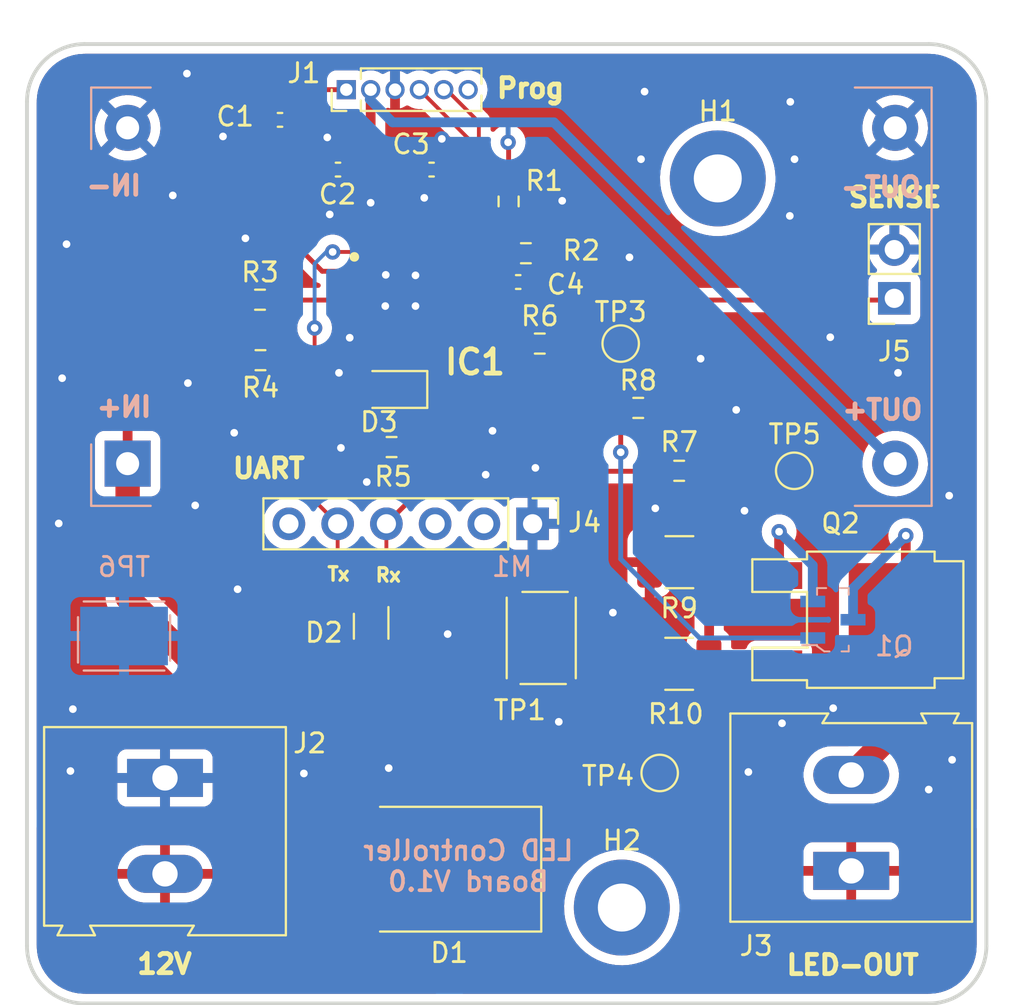
<source format=kicad_pcb>
(kicad_pcb (version 20211014) (generator pcbnew)
  (title_block (date "2022-12-29") (rev "V1.0"))
  (layers (0 "F.Cu" signal) (31 "B.Cu" signal) (34 "B.Paste" user) (35 "F.Paste" user) (36 "B.SilkS" user "B.Silkscreen") (37 "F.SilkS" user "F.Silkscreen") (38 "B.Mask" user) (39 "F.Mask" user) (44 "Edge.Cuts" user))
  (net 0 "")
  (net 1 "/~{MCLKR}")
  (net 2 "GND")
  (net 3 "+3.3V")
  (net 4 "VDC")
  (net 7 "/V_{MEAS}")
  (net 9 "/COMM-RX")
  (net 12 "/COMM-TX")
  (net 13 "Net-(D3-Pad1)")
  (net 14 "Net-(D3-Pad2)")
  (net 17 "/PGC")
  (net 18 "/PGD")
  (net 20 "/V_{IN}")
  (net 22 "/OPA-FB")
  (net 23 "/OPA-OUT")
  (net 24 "/LED_driver/LED-N")
  (net 28 "Net-(Q1-Pad2)")
  (net 29 "Net-(Q1-Pad1)")
  (net 30 "Net-(Q2-Pad3)")
  (net 31 "/SENSE-OUT")
  (footprint "TerminalBlock:TerminalBlock_Altech_AK300-2_P5.00mm" (layer "F.Cu") (at 122.3366 115.2822 -90)
    (fp_text reference "J2" (at -1.807 -7.5438 180) (layer "F.SilkS"))
    (fp_text value "Screw_Terminal_01x02")
    (fp_line (start -2.65 -6.3) (end -2.65 6.3) (layer "F.SilkS") (width 0.12))
    (fp_line (start 7.7 6.3) (end 7.7 5.35) (layer "F.SilkS") (width 0.12))
    (fp_line (start 8.2 3.7) (end 8.2 3.65) (layer "F.SilkS") (width 0.12))
    (fp_line (start 8.2 -1.2) (end 8.2 -6.3) (layer "F.SilkS") (width 0.12))
    (fp_line (start 8.2 -6.3) (end -2.65 -6.3) (layer "F.SilkS") (width 0.12))
    (fp_line (start 7.7 3.9) (end 7.7 -1.5) (layer "F.SilkS") (width 0.12))
    (fp_line (start 8.2 5.6) (end 8.2 3.7) (layer "F.SilkS") (width 0.12))
    (fp_line (start 8.2 3.65) (end 7.7 3.9) (layer "F.SilkS") (width 0.12))
    (fp_line (start 7.7 -1.5) (end 8.2 -1.2) (layer "F.SilkS") (width 0.12))
    (fp_line (start -2.65 6.3) (end 7.7 6.3) (layer "F.SilkS") (width 0.12))
    (fp_line (start 7.7 5.35) (end 8.2 5.6) (layer "F.SilkS") (width 0.12))
    (pad "1" thru_hole rect (at 0 0 270) (size 1.98 3.96) (drill 1.32) (layers *.Cu *.Mask) (net 2 "GND"))
    (pad "2" thru_hole oval (at 5 0 270) (size 1.98 3.96) (drill 1.32) (layers *.Cu *.Mask) (net 20 "/V_{IN}"))
  )
  (footprint "ym-footprints:SOT-428" (layer "F.Cu") (at 159.1448 107.0386)
    (fp_text reference "Q2" (at -1.6038 -5.0188 unlocked) (layer "F.SilkS"))
    (fp_text value "BUJ302AD")
    (fp_line (start -3.35 1.45) (end -3.35 -1.45) (layer "F.SilkS") (width 0.12))
    (fp_line (start -3.35 3.55) (end -3.35 3.15) (layer "F.SilkS") (width 0.12))
    (fp_line (start -6.2 -1.45) (end -3.35 -1.45) (layer "F.SilkS") (width 0.12))
    (fp_line (start 3.3 -3.05) (end 4.8 -3.05) (layer "F.SilkS") (width 0.12))
    (fp_line (start -6.2 -1.45) (end -6.2 -3.15) (layer "F.SilkS") (width 0.12))
    (fp_line (start -6.15 1.45) (end -3.3 1.45) (layer "F.SilkS") (width 0.12))
    (fp_line (start 3.3 3.55) (end 3.3 3.05) (layer "F.SilkS") (width 0.12))
    (fp_line (start 3.3 3.05) (end 4.8 3.05) (layer "F.SilkS") (width 0.12))
    (fp_line (start -3.35 3.55) (end 3.3 3.55) (layer "F.SilkS") (width 0.12))
    (fp_line (start -3.35 -3.15) (end -3.35 -3.55) (layer "F.SilkS") (width 0.12))
    (fp_line (start -3.35 -3.55) (end 3.3 -3.55) (layer "F.SilkS") (width 0.12))
    (fp_line (start 4.8 3.05) (end 4.8 -3.05) (layer "F.SilkS") (width 0.12))
    (fp_line (start -6.2 3.15) (end -6.2 1.45) (layer "F.SilkS") (width 0.12))
    (fp_line (start -6.2 -3.15) (end -3.35 -3.15) (layer "F.SilkS") (width 0.12))
    (fp_line (start -6.2 3.15) (end -3.35 3.15) (layer "F.SilkS") (width 0.12))
    (fp_line (start 3.3 -3.05) (end 3.3 -3.55) (layer "F.SilkS") (width 0.12))
    (pad "1" smd rect (at -4.8 -2.3) (size 2.4 1.4) (layers "F.Cu" "F.Paste" "F.Mask") (net 28 "Net-(Q1-Pad2)"))
    (pad "2" smd rect (at 1.7 0) (size 5.75 5.9) (layers "F.Cu" "F.Paste" "F.Mask") (net 24 "/LED_driver/LED-N"))
    (pad "3" smd rect (at -4.8 2.3) (size 2.4 1.4) (layers "F.Cu" "F.Paste" "F.Mask") (net 30 "Net-(Q2-Pad3)"))
  )
  (footprint "Capacitor_SMD:C_0402_1005Metric_Pad0.74x0.62mm_HandSolder" (layer "F.Cu") (at 136.2304 83.5794)
    (fp_text reference "C3" (at -1.0668 -1.3208) (layer "F.SilkS"))
    (fp_text value "2.2U")
    (fp_line (start -0.115835 -0.36) (end 0.115835 -0.36) (layer "F.SilkS") (width 0.12))
    (fp_line (start -0.115835 0.36) (end 0.115835 0.36) (layer "F.SilkS") (width 0.12))
    (pad "1" smd roundrect (at -0.5675 0) (size 0.735 0.62) (layers "F.Cu" "F.Paste" "F.Mask") (net 3 "+3.3V"))
    (pad "2" smd roundrect (at 0.5675 0) (size 0.735 0.62) (layers "F.Cu" "F.Paste" "F.Mask") (net 2 "GND"))
  )
  (footprint "Resistor_SMD:R_0603_1608Metric_Pad0.98x0.95mm_HandSolder" (layer "F.Cu") (at 127.3131 93.5108 180)
    (fp_text reference "R4" (at 0 -1.43) (layer "F.SilkS"))
    (fp_text value "10K")
    (fp_line (start -0.254724 0.5225) (end 0.254724 0.5225) (layer "F.SilkS") (width 0.12))
    (fp_line (start -0.254724 -0.5225) (end 0.254724 -0.5225) (layer "F.SilkS") (width 0.12))
    (pad "1" smd roundrect (at -0.9125 0 180) (size 0.975 0.95) (layers "F.Cu" "F.Paste" "F.Mask") (net 7 "/V_{MEAS}"))
    (pad "2" smd roundrect (at 0.9125 0 180) (size 0.975 0.95) (layers "F.Cu" "F.Paste" "F.Mask") (net 2 "GND"))
  )
  (footprint "Resistor_SMD:R_0603_1608Metric_Pad0.98x0.95mm_HandSolder" (layer "F.Cu") (at 134.1448 98.0386 180)
    (fp_text reference "R5" (at -0.079 -1.5428) (layer "F.SilkS"))
    (fp_text value "2.4K")
    (fp_line (start -0.254724 0.5225) (end 0.254724 0.5225) (layer "F.SilkS") (width 0.12))
    (fp_line (start -0.254724 -0.5225) (end 0.254724 -0.5225) (layer "F.SilkS") (width 0.12))
    (pad "1" smd roundrect (at -0.9125 0 180) (size 0.975 0.95) (layers "F.Cu" "F.Paste" "F.Mask") (net 13 "Net-(D3-Pad1)"))
    (pad "2" smd roundrect (at 0.9125 0 180) (size 0.975 0.95) (layers "F.Cu" "F.Paste" "F.Mask") (net 2 "GND"))
  )
  (footprint "Resistor_SMD:R_1210_3225Metric_Pad1.30x2.65mm_HandSolder" (layer "F.Cu") (at 149.1448 104.0386 180)
    (fp_text reference "R9" (at 0.0112 -2.4008) (layer "F.SilkS"))
    (fp_text value "1")
    (fp_line (start -0.723737 1.355) (end 0.723737 1.355) (layer "F.SilkS") (width 0.12))
    (fp_line (start -0.723737 -1.355) (end 0.723737 -1.355) (layer "F.SilkS") (width 0.12))
    (pad "1" smd roundrect (at -1.55 0 180) (size 1.3 2.65) (layers "F.Cu" "F.Paste" "F.Mask") (roundrect_rratio 0.192308) (net 30 "Net-(Q2-Pad3)"))
    (pad "2" smd roundrect (at 1.55 0 180) (size 1.3 2.65) (layers "F.Cu" "F.Paste" "F.Mask") (roundrect_rratio 0.192308) (net 2 "GND"))
  )
  (footprint "Capacitor_SMD:C_0402_1005Metric_Pad0.74x0.62mm_HandSolder" (layer "F.Cu") (at 131.3536 83.5794 180)
    (fp_text reference "C2" (at 0.0254 -1.2954) (layer "F.SilkS"))
    (fp_text value "0.1U")
    (fp_line (start -0.115835 0.36) (end 0.115835 0.36) (layer "F.SilkS") (width 0.12))
    (fp_line (start -0.115835 -0.36) (end 0.115835 -0.36) (layer "F.SilkS") (width 0.12))
    (pad "1" smd roundrect (at -0.5675 0 180) (size 0.735 0.62) (layers "F.Cu" "F.Paste" "F.Mask") (net 3 "+3.3V"))
    (pad "2" smd roundrect (at 0.5675 0 180) (size 0.735 0.62) (layers "F.Cu" "F.Paste" "F.Mask") (net 2 "GND"))
  )
  (footprint "LED_SMD:LED_0805_2012Metric_Pad1.15x1.40mm_HandSolder" (layer "F.Cu") (at 134.1448 95.0386 180)
    (fp_text reference "D3" (at 0.6576 -1.698) (layer "F.SilkS"))
    (fp_text value "LED_G")
    (fp_line (start -1.86 0.96) (end 1 0.96) (layer "F.SilkS") (width 0.12))
    (fp_line (start -1.86 -0.96) (end -1.86 0.96) (layer "F.SilkS") (width 0.12))
    (fp_line (start 1 -0.96) (end -1.86 -0.96) (layer "F.SilkS") (width 0.12))
    (pad "1" smd roundrect (at -1.025 0 180) (size 1.15 1.4) (layers "F.Cu" "F.Paste" "F.Mask") (roundrect_rratio 0.217391) (net 13 "Net-(D3-Pad1)"))
    (pad "2" smd roundrect (at 1.025 0 180) (size 1.15 1.4) (layers "F.Cu" "F.Paste" "F.Mask") (roundrect_rratio 0.217391) (net 14 "Net-(D3-Pad2)"))
  )
  (footprint "Resistor_SMD:R_0603_1608Metric_Pad0.98x0.95mm_HandSolder" (layer "F.Cu") (at 140.2448 85.2386 -90)
    (fp_text reference "R1" (at -1.075 -1.853 180) (layer "F.SilkS"))
    (fp_text value "1K")
    (fp_line (start -0.254724 -0.5225) (end 0.254724 -0.5225) (layer "F.SilkS") (width 0.12))
    (fp_line (start -0.254724 0.5225) (end 0.254724 0.5225) (layer "F.SilkS") (width 0.12))
    (pad "1" smd roundrect (at -0.9125 0 270) (size 0.975 0.95) (layers "F.Cu" "F.Paste" "F.Mask") (net 3 "+3.3V"))
    (pad "2" smd roundrect (at 0.9125 0 270) (size 0.975 0.95) (layers "F.Cu" "F.Paste" "F.Mask") (net 31 "/SENSE-OUT"))
  )
  (footprint "Connector_PinHeader_2.54mm:PinHeader_1x06_P2.54mm_Vertical" (layer "F.Cu") (at 141.4948 102.0386 -90)
    (fp_text reference "J4" (at -0.0696 -2.7112 180) (layer "F.SilkS"))
    (fp_text value "Conn_01x06")
    (fp_line (start -1.33 -1.33) (end 0 -1.33) (layer "F.SilkS") (width 0.12))
    (fp_line (start -1.33 0) (end -1.33 -1.33) (layer "F.SilkS") (width 0.12))
    (fp_line (start -1.33 14.03) (end 1.33 14.03) (layer "F.SilkS") (width 0.12))
    (fp_line (start 1.33 1.27) (end 1.33 14.03) (layer "F.SilkS") (width 0.12))
    (fp_line (start -1.33 1.27) (end 1.33 1.27) (layer "F.SilkS") (width 0.12))
    (fp_line (start -1.33 1.27) (end -1.33 14.03) (layer "F.SilkS") (width 0.12))
    (pad "1" thru_hole rect (at 0 0 270) (size 1.7 1.7) (drill 1) (layers *.Cu *.Mask) (net 2 "GND"))
    (pad "2" thru_hole oval (at 0 2.54 270) (size 1.7 1.7) (drill 1) (layers *.Cu *.Mask))
    (pad "3" thru_hole oval (at 0 5.08 270) (size 1.7 1.7) (drill 1) (layers *.Cu *.Mask))
    (pad "4" thru_hole oval (at 0 7.62 270) (size 1.7 1.7) (drill 1) (layers *.Cu *.Mask) (net 9 "/COMM-RX"))
    (pad "5" thru_hole oval (at 0 10.16 270) (size 1.7 1.7) (drill 1) (layers *.Cu *.Mask) (net 12 "/COMM-TX"))
    (pad "6" thru_hole oval (at 0 12.7 270) (size 1.7 1.7) (drill 1) (layers *.Cu *.Mask))
  )
  (footprint "MountingHole:MountingHole_2.5mm_Pad_TopBottom" (layer "F.Cu") (at 151.1448 84.0386)
    (fp_text reference "H1" (at 0 -3.5) (layer "F.SilkS"))
    (fp_text value "MountingHole")
    (pad "1" connect circle (at 0 0) (size 5 5) (layers "F.Cu" "F.Mask"))
    (pad "1" connect circle (at 0 0) (size 5 5) (layers "B.Cu" "B.Mask"))
    (pad "1" thru_hole circle (at 0 0) (size 2.9 2.9) (drill 2.5) (layers *.Cu *.Mask))
  )
  (footprint "Resistor_SMD:R_0603_1608Metric_Pad0.98x0.95mm_HandSolder" (layer "F.Cu") (at 141.1448 87.9386)
    (fp_text reference "R2" (at 2.8834 -0.1428) (layer "F.SilkS"))
    (fp_text value "50K")
    (fp_line (start -0.254724 -0.5225) (end 0.254724 -0.5225) (layer "F.SilkS") (width 0.12))
    (fp_line (start -0.254724 0.5225) (end 0.254724 0.5225) (layer "F.SilkS") (width 0.12))
    (pad "1" smd roundrect (at -0.9125 0) (size 0.975 0.95) (layers "F.Cu" "F.Paste" "F.Mask") (net 31 "/SENSE-OUT"))
    (pad "2" smd roundrect (at 0.9125 0) (size 0.975 0.95) (layers "F.Cu" "F.Paste" "F.Mask") (net 2 "GND"))
  )
  (footprint "Connector_PinSocket_2.54mm:PinSocket_1x02_P2.54mm_Vertical" (layer "F.Cu") (at 160.3448 90.2886 180)
    (fp_text reference "J5" (at 0 -2.77) (layer "F.SilkS"))
    (fp_text value "Conn_01x02_Male")
    (fp_line (start 0 -1.33) (end 1.33 -1.33) (layer "F.SilkS") (width 0.12))
    (fp_line (start -1.33 1.27) (end -1.33 3.87) (layer "F.SilkS") (width 0.12))
    (fp_line (start -1.33 3.87) (end 1.33 3.87) (layer "F.SilkS") (width 0.12))
    (fp_line (start 1.33 1.27) (end 1.33 3.87) (layer "F.SilkS") (width 0.12))
    (fp_line (start 1.33 -1.33) (end 1.33 0) (layer "F.SilkS") (width 0.12))
    (fp_line (start -1.33 1.27) (end 1.33 1.27) (layer "F.SilkS") (width 0.12))
    (pad "1" thru_hole rect (at 0 0 180) (size 1.7 1.7) (drill 1) (layers *.Cu *.Mask) (net 31 "/SENSE-OUT"))
    (pad "2" thru_hole oval (at 0 2.54 180) (size 1.7 1.7) (drill 1) (layers *.Cu *.Mask) (net 2 "GND"))
  )
  (footprint "Package_TO_SOT_SMD:SOT-523" (layer "F.Cu") (at 133.0808 107.3792 -90)
    (fp_text reference "D2" (at 0.3302 2.4638 180) (layer "F.SilkS"))
    (fp_text value "RCLAMP0502BA")
    (fp_line (start 0.65 0.9) (end -0.65 0.9) (layer "F.SilkS") (width 0.12))
    (fp_line (start -1 -0.9) (end 0.65 -0.9) (layer "F.SilkS") (width 0.12))
    (pad "1" smd rect (at -0.645 -0.5 90) (size 0.51 0.4) (layers "F.Cu" "F.Paste" "F.Mask") (net 9 "/COMM-RX"))
    (pad "2" smd rect (at -0.645 0.5 90) (size 0.51 0.4) (layers "F.Cu" "F.Paste" "F.Mask") (net 12 "/COMM-TX"))
    (pad "3" smd rect (at 0.645 0 90) (size 0.51 0.4) (layers "F.Cu" "F.Paste" "F.Mask") (net 2 "GND"))
  )
  (footprint "Resistor_SMD:R_0603_1608Metric_Pad0.98x0.95mm_HandSolder" (layer "F.Cu") (at 149.1336 99.2766)
    (fp_text reference "R7" (at 0 -1.4986) (layer "F.SilkS"))
    (fp_text value "20K")
    (fp_line (start -0.254724 -0.5225) (end 0.254724 -0.5225) (layer "F.SilkS") (width 0.12))
    (fp_line (start -0.254724 0.5225) (end 0.254724 0.5225) (layer "F.SilkS") (width 0.12))
    (pad "1" smd roundrect (at -0.9125 0) (size 0.975 0.95) (layers "F.Cu" "F.Paste" "F.Mask") (net 22 "/OPA-FB"))
    (pad "2" smd roundrect (at 0.9125 0) (size 0.975 0.95) (layers "F.Cu" "F.Paste" "F.Mask") (net 30 "Net-(Q2-Pad3)"))
  )
  (footprint "Diode_SMD:D_SMC" (layer "F.Cu") (at 137.1448 120.0386 180)
    (fp_text reference "D1" (at 0 -4.3586) (layer "F.SilkS"))
    (fp_text value "B340")
    (fp_line (start -4.8 -3.25) (end 3.6 -3.25) (layer "F.SilkS") (width 0.12))
    (fp_line (start -4.8 3.25) (end 3.6 3.25) (layer "F.SilkS") (width 0.12))
    (fp_line (start -4.8 3.25) (end -4.8 -3.25) (layer "F.SilkS") (width 0.12))
    (pad "1" smd rect (at -3.4 0 270) (size 3.3 2.5) (layers "F.Cu" "F.Paste" "F.Mask") (net 4 "VDC"))
    (pad "2" smd rect (at 3.4 0 270) (size 3.3 2.5) (layers "F.Cu" "F.Paste" "F.Mask") (net 20 "/V_{IN}"))
  )
  (footprint "Connector_PinHeader_1.27mm:PinHeader_1x06_P1.27mm_Vertical" (layer "F.Cu") (at 131.7854 79.4138 90)
    (fp_text reference "J1" (at 0.8636 -2.2098 180) (layer "F.SilkS"))
    (fp_text value "Conn_01x06")
    (fp_line (start -1.11 7.045) (end -0.30753 7.045) (layer "F.SilkS") (width 0.12))
    (fp_line (start 0.30753 7.045) (end 1.11 7.045) (layer "F.SilkS") (width 0.12))
    (fp_line (start -1.11 0) (end -1.11 -0.76) (layer "F.SilkS") (width 0.12))
    (fp_line (start -1.11 0.76) (end -0.563471 0.76) (layer "F.SilkS") (width 0.12))
    (fp_line (start -1.11 0.76) (end -1.11 7.045) (layer "F.SilkS") (width 0.12))
    (fp_line (start -1.11 -0.76) (end 0 -0.76) (layer "F.SilkS") (width 0.12))
    (fp_line (start 0.563471 0.76) (end 1.11 0.76) (layer "F.SilkS") (width 0.12))
    (fp_line (start 1.11 0.76) (end 1.11 7.045) (layer "F.SilkS") (width 0.12))
    (pad "1" thru_hole rect (at 0 0 90) (size 1 1) (drill 0.65) (layers *.Cu *.Mask) (net 1 "/~{MCLKR}"))
    (pad "2" thru_hole oval (at 0 1.27 90) (size 1 1) (drill 0.65) (layers *.Cu *.Mask) (net 3 "+3.3V"))
    (pad "3" thru_hole oval (at 0 2.54 90) (size 1 1) (drill 0.65) (layers *.Cu *.Mask) (net 2 "GND"))
    (pad "4" thru_hole oval (at 0 3.81 90) (size 1 1) (drill 0.65) (layers *.Cu *.Mask) (net 18 "/PGD"))
    (pad "5" thru_hole oval (at 0 5.08 90) (size 1 1) (drill 0.65) (layers *.Cu *.Mask) (net 17 "/PGC"))
    (pad "6" thru_hole oval (at 0 6.35 90) (size 1 1) (drill 0.65) (layers *.Cu *.Mask))
  )
  (footprint "MountingHole:MountingHole_2.5mm_Pad_TopBottom" (layer "F.Cu") (at 146.1448 122.0386)
    (fp_text reference "H2" (at 0 -3.5) (layer "F.SilkS"))
    (fp_text value "MountingHole")
    (pad "1" connect circle (at 0 0) (size 5 5) (layers "B.Cu" "B.Mask"))
    (pad "1" connect circle (at 0 0) (size 5 5) (layers "F.Cu" "F.Mask"))
    (pad "1" thru_hole circle (at 0 0) (size 2.9 2.9) (drill 2.5) (layers *.Cu *.Mask))
  )
  (footprint "footprints:QFN50P400X400X100-21N-D" (layer "F.Cu") (at 134.6048 89.8786)
    (fp_text reference "IC1" (at 3.8862 3.7338) (layer "F.SilkS") (effects (font (size 1.27 1.27) (thickness 0.254))))
    (fp_text value "PIC16F1769-I_ML" hide)
    (fp_circle (center -2.4 -1.75) (end -2.4 -1.625) (layer "F.SilkS") (width 0.25) (fill none))
    (pad "1" smd rect locked (at -2 -1 90) (size 0.3 0.8) (layers "F.Cu" "F.Paste" "F.Mask") (net 1 "/~{MCLKR}"))
    (pad "2" smd rect locked (at -2 -0.5 90) (size 0.3 0.8) (layers "F.Cu" "F.Paste" "F.Mask"))
    (pad "3" smd rect locked (at -2 0 90) (size 0.3 0.8) (layers "F.Cu" "F.Paste" "F.Mask"))
    (pad "4" smd rect locked (at -2 0.5 90) (size 0.3 0.8) (layers "F.Cu" "F.Paste" "F.Mask") (net 7 "/V_{MEAS}"))
    (pad "5" smd rect locked (at -2 1 90) (size 0.3 0.8) (layers "F.Cu" "F.Paste" "F.Mask"))
    (pad "6" smd rect locked (at -1 2) (size 0.3 0.8) (layers "F.Cu" "F.Paste" "F.Mask") (net 14 "Net-(D3-Pad2)"))
    (pad "7" smd rect locked (at -0.5 2) (size 0.3 0.8) (layers "F.Cu" "F.Paste" "F.Mask"))
    (pad "8" smd rect locked (at 0 2) (size 0.3 0.8) (layers "F.Cu" "F.Paste" "F.Mask"))
    (pad "9" smd rect locked (at 0.5 2) (size 0.3 0.8) (layers "F.Cu" "F.Paste" "F.Mask") (net 9 "/COMM-RX"))
    (pad "10" smd rect locked (at 1 2) (size 0.3 0.8) (layers "F.Cu" "F.Paste" "F.Mask") (net 22 "/OPA-FB"))
    (pad "11" smd rect locked (at 2 1 90) (size 0.3 0.8) (layers "F.Cu" "F.Paste" "F.Mask") (net 23 "/OPA-OUT"))
    (pad "12" smd rect locked (at 2 0.5 90) (size 0.3 0.8) (layers "F.Cu" "F.Paste" "F.Mask") (net 31 "/SENSE-OUT"))
    (pad "13" smd rect locked (at 2 0 90) (size 0.3 0.8) (layers "F.Cu" "F.Paste" "F.Mask"))
    (pad "14" smd rect locked (at 2 -0.5 90) (size 0.3 0.8) (layers "F.Cu" "F.Paste" "F.Mask"))
    (pad "15" smd rect locked (at 2 -1 90) (size 0.3 0.8) (layers "F.Cu" "F.Paste" "F.Mask") (net 17 "/PGC"))
    (pad "16" smd rect locked (at 1 -2) (size 0.3 0.8) (layers "F.Cu" "F.Paste" "F.Mask") (net 18 "/PGD"))
    (pad "17" smd rect locked (at 0.5 -2) (size 0.3 0.8) (layers "F.Cu" "F.Paste" "F.Mask") (net 2 "GND"))
    (pad "18" smd rect locked (at 0 -2) (size 0.3 0.8) (layers "F.Cu" "F.Paste" "F.Mask") (net 3 "+3.3V"))
    (pad "19" smd rect locked (at -0.5 -2) (size 0.3 0.8) (layers "F.Cu" "F.Paste" "F.Mask"))
    (pad "20" smd rect locked (at -1 -2) (size 0.3 0.8) (layers "F.Cu" "F.Paste" "F.Mask") (net 12 "/COMM-TX"))
    (pad "21" smd rect locked (at 0 0) (size 2.8 2.8) (layers "F.Cu" "F.Paste" "F.Mask") (net 2 "GND"))
  )
  (footprint "Resistor_SMD:R_0603_1608Metric_Pad0.98x0.95mm_HandSolder" (layer "F.Cu") (at 127.2896 90.3612)
    (fp_text reference "R3" (at 0 -1.43) (layer "F.SilkS"))
    (fp_text value "200K")
    (fp_line (start -0.254724 -0.5225) (end 0.254724 -0.5225) (layer "F.SilkS") (width 0.12))
    (fp_line (start -0.254724 0.5225) (end 0.254724 0.5225) (layer "F.SilkS") (width 0.12))
    (pad "1" smd roundrect (at -0.9125 0) (size 0.975 0.95) (layers "F.Cu" "F.Paste" "F.Mask") (net 4 "VDC"))
    (pad "2" smd roundrect (at 0.9125 0) (size 0.975 0.95) (layers "F.Cu" "F.Paste" "F.Mask") (net 7 "/V_{MEAS}"))
  )
  (footprint "TestPoint:TestPoint_Pad_D1.5mm" (layer "F.Cu") (at 148.1176 115.0246)
    (fp_text reference "TP4" (at -2.6924 0.1524) (layer "F.SilkS"))
    (fp_text value "TestPoint")
    (fp_circle (center 0 0) (end 0 0.95) (layer "F.SilkS") (width 0.12) (fill none))
    (pad "1" smd circle (at 0 0) (size 1.5 1.5) (layers "F.Cu" "F.Mask") (net 30 "Net-(Q2-Pad3)"))
  )
  (footprint "TerminalBlock:TerminalBlock_Altech_AK300-2_P5.00mm" (layer "F.Cu") (at 158.0998 120.1264 90)
    (fp_text reference "J3" (at -3.9122 -4.955 180) (layer "F.SilkS"))
    (fp_text value "Screw_Terminal_01x02")
    (fp_line (start 7.7 6.3) (end 7.7 5.35) (layer "F.SilkS") (width 0.12))
    (fp_line (start 8.2 -6.3) (end -2.65 -6.3) (layer "F.SilkS") (width 0.12))
    (fp_line (start 8.2 -1.2) (end 8.2 -6.3) (layer "F.SilkS") (width 0.12))
    (fp_line (start -2.65 -6.3) (end -2.65 6.3) (layer "F.SilkS") (width 0.12))
    (fp_line (start 7.7 5.35) (end 8.2 5.6) (layer "F.SilkS") (width 0.12))
    (fp_line (start 8.2 5.6) (end 8.2 3.7) (layer "F.SilkS") (width 0.12))
    (fp_line (start 7.7 -1.5) (end 8.2 -1.2) (layer "F.SilkS") (width 0.12))
    (fp_line (start -2.65 6.3) (end 7.7 6.3) (layer "F.SilkS") (width 0.12))
    (fp_line (start 7.7 3.9) (end 7.7 -1.5) (layer "F.SilkS") (width 0.12))
    (fp_line (start 8.2 3.65) (end 7.7 3.9) (layer "F.SilkS") (width 0.12))
    (fp_line (start 8.2 3.7) (end 8.2 3.65) (layer "F.SilkS") (width 0.12))
    (pad "1" thru_hole rect (at 0 0 90) (size 1.98 3.96) (drill 1.32) (layers *.Cu *.Mask) (net 4 "VDC"))
    (pad "2" thru_hole oval (at 5 0 90) (size 1.98 3.96) (drill 1.32) (layers *.Cu *.Mask) (net 24 "/LED_driver/LED-N"))
  )
  (footprint "TestPoint:TestPoint_Pad_D1.5mm" (layer "F.Cu") (at 155.128 99.2766)
    (fp_text reference "TP5" (at 0.0254 -1.905) (layer "F.SilkS"))
    (fp_text value "TestPoint")
    (fp_circle (center 0 0) (end 0 0.95) (layer "F.SilkS") (width 0.12) (fill none))
    (pad "1" smd circle (at 0 0) (size 1.5 1.5) (layers "F.Cu" "F.Mask") (net 30 "Net-(Q2-Pad3)"))
  )
  (footprint "Resistor_SMD:R_1210_3225Metric_Pad1.30x2.65mm_HandSolder" (layer "F.Cu") (at 149.1336 109.335 180)
    (fp_text reference "R10" (at 0.1778 -2.6162) (layer "F.SilkS"))
    (fp_text value "1")
    (fp_line (start -0.723737 1.355) (end 0.723737 1.355) (layer "F.SilkS") (width 0.12))
    (fp_line (start -0.723737 -1.355) (end 0.723737 -1.355) (layer "F.SilkS") (width 0.12))
    (pad "1" smd roundrect (at -1.55 0 180) (size 1.3 2.65) (layers "F.Cu" "F.Paste" "F.Mask") (roundrect_rratio 0.192308) (net 30 "Net-(Q2-Pad3)"))
    (pad "2" smd roundrect (at 1.55 0 180) (size 1.3 2.65) (layers "F.Cu" "F.Paste" "F.Mask") (roundrect_rratio 0.192308) (net 2 "GND"))
  )
  (footprint "Resistor_SMD:R_0603_1608Metric_Pad0.98x0.95mm_HandSolder" (layer "F.Cu") (at 147 96)
    (fp_text reference "R8" (at 0 -1.43) (layer "F.SilkS"))
    (fp_text value "10K")
    (fp_line (start -0.254724 -0.5225) (end 0.254724 -0.5225) (layer "F.SilkS") (width 0.12))
    (fp_line (start -0.254724 0.5225) (end 0.254724 0.5225) (layer "F.SilkS") (width 0.12))
    (pad "1" smd roundrect (at -0.9125 0) (size 0.975 0.95) (layers "F.Cu" "F.Paste" "F.Mask") (net 29 "Net-(Q1-Pad1)"))
    (pad "2" smd roundrect (at 0.9125 0) (size 0.975 0.95) (layers "F.Cu" "F.Paste" "F.Mask") (net 2 "GND"))
  )
  (footprint "ym-footprints:TestPoint_Pad_0.185in_x_0.135in" (layer "F.Cu") (at 141.9454 107.9888 90)
    (fp_text reference "TP1" (at -3.7592 -1.1176 unlocked) (layer "F.SilkS"))
    (fp_text value "TestPoint")
    (fp_line (start 2.4 -0.9811) (end 2.4 1.3811) (layer "F.SilkS") (width 0.12))
    (fp_line (start -2.4 -1.0811) (end -2.4 1.2811) (layer "F.SilkS") (width 0.12))
    (fp_line (start -2.1 -1.8) (end 2.1 -1.8) (layer "F.SilkS") (width 0.12))
    (fp_line (start 2.1 1.8) (end -2.1 1.8) (layer "F.SilkS") (width 0.12))
    (pad "1" smd rect (at 0 0 90) (size 4.572 3.048) (layers "F.Cu" "F.Paste" "F.Mask") (net 2 "GND"))
  )
  (footprint "Resistor_SMD:R_0603_1608Metric_Pad0.98x0.95mm_HandSolder" (layer "F.Cu") (at 141.8692 92.6472)
    (fp_text reference "R6" (at 0 -1.43) (layer "F.SilkS"))
    (fp_text value "200")
    (fp_line (start -0.254724 -0.5225) (end 0.254724 -0.5225) (layer "F.SilkS") (width 0.12))
    (fp_line (start -0.254724 0.5225) (end 0.254724 0.5225) (layer "F.SilkS") (width 0.12))
    (pad "1" smd roundrect (at -0.9125 0) (size 0.975 0.95) (layers "F.Cu" "F.Paste" "F.Mask") (net 23 "/OPA-OUT"))
    (pad "2" smd roundrect (at 0.9125 0) (size 0.975 0.95) (layers "F.Cu" "F.Paste" "F.Mask") (net 29 "Net-(Q1-Pad1)"))
  )
  (footprint "Capacitor_SMD:C_0402_1005Metric_Pad0.74x0.62mm_HandSolder" (layer "F.Cu") (at 128.331 80.9886 180)
    (fp_text reference "C1" (at 2.3368 0.1778) (layer "F.SilkS"))
    (fp_text value "560p")
    (fp_line (start -0.115835 0.36) (end 0.115835 0.36) (layer "F.SilkS") (width 0.12))
    (fp_line (start -0.115835 -0.36) (end 0.115835 -0.36) (layer "F.SilkS") (width 0.12))
    (pad "1" smd roundrect (at -0.5675 0 180) (size 0.735 0.62) (layers "F.Cu" "F.Paste" "F.Mask") (net 1 "/~{MCLKR}"))
    (pad "2" smd roundrect (at 0.5675 0 180) (size 0.735 0.62) (layers "F.Cu" "F.Paste" "F.Mask") (net 2 "GND"))
  )
  (footprint "Capacitor_SMD:C_0402_1005Metric_Pad0.74x0.62mm_HandSolder" (layer "F.Cu") (at 140.7448 89.4386)
    (fp_text reference "C4" (at 2.4706 0.1352) (layer "F.SilkS"))
    (fp_text value "1000p")
    (fp_line (start -0.115835 0.36) (end 0.115835 0.36) (layer "F.SilkS") (width 0.12))
    (fp_line (start -0.115835 -0.36) (end 0.115835 -0.36) (layer "F.SilkS") (width 0.12))
    (pad "1" smd roundrect (at -0.5675 0) (size 0.735 0.62) (layers "F.Cu" "F.Paste" "F.Mask") (net 31 "/SENSE-OUT"))
    (pad "2" smd roundrect (at 0.5675 0) (size 0.735 0.62) (layers "F.Cu" "F.Paste" "F.Mask") (net 2 "GND"))
  )
  (footprint "TestPoint:TestPoint_Pad_D1.5mm" (layer "F.Cu") (at 146.0856 92.6472)
    (fp_text reference "TP3" (at 0 -1.648) (layer "F.SilkS"))
    (fp_text value "TestPoint")
    (fp_circle (center 0 0) (end 0 0.95) (layer "F.SilkS") (width 0.12) (fill none))
    (pad "1" smd circle (at 0 0) (size 1.5 1.5) (layers "F.Cu" "F.Mask") (net 29 "Net-(Q1-Pad1)"))
  )
  (footprint "ym-footprints:LM2596_module" (layer "B.Cu") (at 140.3898 90.9036)
    (fp_text reference "M1" (at 0.0316 13.3768 unlocked) (layer "B.SilkS") (effects (justify mirror)))
    (fp_text value "LM2596_module")
    (fp_line (start -18.8 -11.6) (end -21.9 -11.6) (layer "B.SilkS") (width 0.12))
    (fp_line (start -21.9 -8.4) (end -21.9 -11.6) (layer "B.SilkS") (width 0.12))
    (fp_line (start -21.9 10.2) (end -21.9 7) (layer "B.SilkS") (width 0.12))
    (fp_line (start -18.8 10.2) (end -21.9 10.2) (layer "B.SilkS") (width 0.12))
    (fp_line (start 21.9 -11.6) (end 17.9 -11.6) (layer "B.SilkS") (width 0.12))
    (fp_line (start 17.9 10.2) (end 21.9 10.2) (layer "B.SilkS") (width 0.12))
    (fp_line (start 21.9 10.2) (end 21.9 -11.6) (layer "B.SilkS") (width 0.12))
    (pad "1" thru_hole rect (at -20 8) (size 2.4 2.4) (drill 1.2) (layers *.Cu *.Mask) (net 4 "VDC"))
    (pad "2" thru_hole circle (at -20 -9.5) (size 2.4 2.4) (drill 1.2) (layers *.Cu *.Mask) (net 2 "GND"))
    (pad "3" thru_hole circle (at 20 8) (size 2.4 2.4) (drill 1.2) (layers *.Cu *.Mask) (net 3 "+3.3V"))
    (pad "4" thru_hole circle (at 20 -9.5) (size 2.4 2.4) (drill 1.2) (layers *.Cu *.Mask) (net 2 "GND"))
  )
  (footprint "digikey-footprints:SOT-23-3" (layer "B.Cu") (at 157.1448 107.0386)
    (fp_text reference "Q1" (at 3.1902 1.382) (layer "B.SilkS") (effects (justify mirror)))
    (fp_text value "FMMT458TA")
    (fp_line (start 0.825 -1.425) (end 0.825 -1.3) (layer "B.SilkS") (width 0.1))
    (fp_line (start 0.825 -1.65) (end 0.375 -1.65) (layer "B.SilkS") (width 0.1))
    (fp_line (start -0.825 1.325) (end -1.6 1.325) (layer "B.SilkS") (width 0.1))
    (fp_line (start 0.825 1.65) (end 0.825 1.35) (layer "B.SilkS") (width 0.1))
    (fp_line (start 0.825 -1.35) (end 0.825 -1.65) (layer "B.SilkS") (width 0.1))
    (fp_line (start -0.45 1.65) (end -0.825 1.375) (layer "B.SilkS") (width 0.1))
    (fp_line (start -0.35 -1.65) (end -0.825 -1.65) (layer "B.SilkS") (width 0.1))
    (fp_line (start -0.825 1.375) (end -0.825 1.325) (layer "B.SilkS") (width 0.1))
    (fp_line (start -0.825 -1.65) (end -0.825 -1.3) (layer "B.SilkS") (width 0.1))
    (fp_line (start 0.45 1.65) (end 0.825 1.65) (layer "B.SilkS") (width 0.1))
    (fp_line (start -0.175 1.65) (end -0.45 1.65) (layer "B.SilkS") (width 0.1))
    (pad "1" smd rect locked (at -1.05 0.95) (size 1.3 0.6) (layers "B.Cu" "B.Paste" "B.Mask") (net 29 "Net-(Q1-Pad1)"))
    (pad "2" smd rect locked (at -1.05 -0.95) (size 1.3 0.6) (layers "B.Cu" "B.Paste" "B.Mask") (net 28 "Net-(Q1-Pad2)"))
    (pad "3" smd rect locked (at 1.05 0) (size 1.3 0.6) (layers "B.Cu" "B.Paste" "B.Mask") (net 24 "/LED_driver/LED-N"))
  )
  (footprint "ym-footprints:TestPoint_Pad_0.185in_x_0.135in" (layer "B.Cu") (at 120.203 107.8872 180)
    (fp_text reference "TP6" (at 0 3.6 unlocked) (layer "B.SilkS") (effects (justify mirror)))
    (fp_text value "TestPoint")
    (fp_line (start -2.1 1.8) (end 2.1 1.8) (layer "B.SilkS") (width 0.12))
    (fp_line (start -2.4 1.0811) (end -2.4 -1.2811) (layer "B.SilkS") (width 0.12))
    (fp_line (start 2.1 -1.8) (end -2.1 -1.8) (layer "B.SilkS") (width 0.12))
    (fp_line (start 2.4 0.9811) (end 2.4 -1.3811) (layer "B.SilkS") (width 0.12))
    (pad "1" smd rect (at 0 0 180) (size 4.572 3.048) (layers "B.Cu" "B.Paste" "B.Mask") (net 2 "GND"))
  )
  (gr_line (start 115.1448 80.0386) (end 115.1448 124.0386) (layer "Edge.Cuts") (width 0.2))
  (gr_arc (start 118.1448 127.0386) (mid 116.02348 126.15992) (end 115.1448 124.0386) (layer "Edge.Cuts") (width 0.2))
  (gr_line (start 118.1448 127.0386) (end 162.1448 127.0386) (layer "Edge.Cuts") (width 0.2))
  (gr_line (start 165.1448 124.0386) (end 165.1448 80.0386) (layer "Edge.Cuts") (width 0.2))
  (gr_arc (start 115.1448 80.0386) (mid 116.02348 77.91728) (end 118.1448 77.0386) (layer "Edge.Cuts") (width 0.2))
  (gr_line (start 162.1448 77.0386) (end 118.1448 77.0386) (layer "Edge.Cuts") (width 0.2))
  (gr_arc (start 162.1448 77.0386) (mid 164.26612 77.91728) (end 165.1448 80.0386) (layer "Edge.Cuts") (width 0.2))
  (gr_arc (start 165.1448 124.0386) (mid 164.26612 126.15992) (end 162.1448 127.0386) (layer "Edge.Cuts") (width 0.2))
  (gr_text "OUT+" (at 159.7254 96.1016) (layer "B.SilkS") (effects (font (size 1 1) (thickness 0.25)) (justify mirror)))
  (gr_text "OUT-" (at 159.6492 84.4938) (layer "B.SilkS") (effects (font (size 1 1) (thickness 0.25)) (justify mirror)))
  (gr_text "IN+" (at 120.203 95.9492) (layer "B.SilkS") (effects (font (size 1 1) (thickness 0.25)) (justify mirror)))
  (gr_text "IN-" (at 119.6696 84.4176) (layer "B.SilkS") (effects (font (size 1 1) (thickness 0.25)) (justify mirror)))
  (gr_text "LED Controller\nBoard V1.0" (at 138.1448 119.876) (layer "B.SilkS") (effects (font (size 1 1) (thickness 0.1905)) (justify mirror)))
  (gr_text "Tx" (at 131.379 104.6614) (layer "F.SilkS") (effects (font (size 0.7 0.7) (thickness 0.175))))
  (gr_text "Prog" (at 141.3866 79.3376) (layer "F.SilkS") (effects (font (size 1 1) (thickness 0.25))))
  (gr_text "12V" (at 122.3112 124.9814) (layer "F.SilkS") (effects (font (size 1 1) (thickness 0.25))))
  (gr_text "SENSE" (at 160.3858 85.0272) (layer "F.SilkS") (effects (font (size 1 1) (thickness 0.25))))
  (gr_text "LED-OUT" (at 158.176 125.0322) (layer "F.SilkS") (effects (font (size 1 1) (thickness 0.25))))
  (gr_text "Rx" (at 133.9698 104.7122) (layer "F.SilkS") (effects (font (size 0.7 0.7) (thickness 0.175))))
  (gr_text "UART" (at 127.7468 99.1496) (layer "F.SilkS") (effects (font (size 1 1) (thickness 0.25))))
  (segment (start 128.8985 87.2457) (end 128.8985 80.9886) (width 0.254) (layer "F.Cu") (net 1))
  (segment (start 128.8985 80.9886) (end 130.4733 79.4138) (width 0.254) (layer "F.Cu") (net 1))
  (segment (start 130.4733 79.4138) (end 131.7854 79.4138) (width 0.254) (layer "F.Cu") (net 1))
  (segment (start 132.6048 88.8786) (end 130.5314 88.8786) (width 0.254) (layer "F.Cu") (net 1))
  (segment (start 130.5314 88.8786) (end 128.8985 87.2457) (width 0.254) (layer "F.Cu") (net 1))
  (segment (start 136.7979 83.5794) (end 136.7979 82.0133) (width 0.254) (layer "F.Cu") (net 2))
  (segment (start 130.7861 83.5794) (end 130.7861 81.9117) (width 0.254) (layer "F.Cu") (net 2))
  (segment (start 131.506 98.0828) (end 131.5502 98.0386) (width 0.254) (layer "F.Cu") (net 2))
  (segment (start 131.5502 98.0386) (end 133.2323 98.0386) (width 0.254) (layer "F.Cu") (net 2))
  (segment (start 135.8494 85.6622) (end 135.1048 86.4068) (width 0.254) (layer "F.Cu") (net 2))
  (segment (start 135.8494 85.0526) (end 135.8494 85.6622) (width 0.254) (layer "F.Cu") (net 2))
  (segment (start 130.7861 81.9117) (end 130.7948 81.903) (width 0.254) (layer "F.Cu") (net 2))
  (segment (start 136.7979 82.0133) (end 136.7638 81.9792) (width 0.254) (layer "F.Cu") (net 2))
  (segment (start 135.1048 86.4068) (end 135.1048 87.8786) (width 0.254) (layer "F.Cu") (net 2))
  (via (at 132.8522 99.8608) (size 0.8) (drill 0.4) (layers "F.Cu" "B.Cu") (net 2))
  (via (at 129.5756 115.05) (size 0.8) (drill 0.4) (layers "F.Cu" "B.Cu") (net 2))
  (via (at 123.9114 101.08) (size 0.8) (drill 0.4) (layers "F.Cu" "B.Cu") (net 2))
  (via (at 163.3576 114.3388) (size 0.8) (drill 0.4) (layers "F.Cu" "B.Cu") (net 2))
  (via (at 150.2512 93.4346) (size 0.8) (drill 0.4) (layers "F.Cu" "B.Cu") (net 2))
  (via (at 163.2052 100.572) (size 0.8) (drill 0.4) (layers "F.Cu" "B.Cu") (net 2))
  (via (at 143.0376 85.205) (size 0.8) (drill 0.4) (layers "F.Cu" "B.Cu") (net 2))
  (via (at 154.9248 80.0488) (size 0.8) (drill 0.4) (layers "F.Cu" "B.Cu") (net 2))
  (via (at 155.1448 83.0386) (size 0.8) (drill 0.4) (layers "F.Cu" "B.Cu") (net 2))
  (via (at 152.1054 96.1016) (size 0.8) (drill 0.4) (layers "F.Cu" "B.Cu") (net 2))
  (via (at 117.536 111.6972) (size 0.8) (drill 0.4) (layers "F.Cu" "B.Cu") (net 2))
  (via (at 131.9632 92.3424) (size 0.8) (drill 0.4) (layers "F.Cu" "B.Cu") (net 2))
  (via (at 116.9772 94.4506) (size 0.8) (drill 0.4) (layers "F.Cu" "B.Cu") (net 2))
  (via (at 126.5276 87.1608) (size 0.8) (drill 0.4) (layers "F.Cu" "B.Cu") (net 2))
  (via (at 117.2058 87.4656) (size 0.8) (drill 0.4) (layers "F.Cu" "B.Cu") (net 2))
  (via (at 130.7948 81.903) (size 0.8) (drill 0.4) (layers "F.Cu" "B.Cu") (net 2))
  (via (at 147.3302 79.5154) (size 0.8) (drill 0.4) (layers "F.Cu" "B.Cu") (net 2))
  (via (at 135.3922 89.0912) (size 0.8) (drill 0.4) (layers "F.Cu" "B.Cu") (net 2))
  (via (at 141.6406 99.1242) (size 0.8) (drill 0.4) (layers "F.Cu" "B.Cu") (net 2))
  (via (at 136.7638 81.9792) (size 0.8) (drill 0.4) (layers "F.Cu" "B.Cu") (net 2))
  (via (at 152.5372 101.3594) (size 0.8) (drill 0.4) (layers "F.Cu" "B.Cu") (net 2))
  (via (at 123.5304 94.7046) (size 0.8) (drill 0.4) (layers "F.Cu" "B.Cu") (net 2))
  (via (at 133.8428 89.0658) (size 0.8) (drill 0.4) (layers "F.Cu" "B.Cu") (net 2))
  (via (at 160.5382 94.1712) (size 0.8) (drill 0.4) (layers "F.Cu" "B.Cu") (net 2))
  (via (at 147.1448 83.0386) (size 0.8) (drill 0.4) (layers "F.Cu" "B.Cu") (net 2))
  (via (at 145.6792 106.668) (size 0.8) (drill 0.4) (layers "F.Cu" "B.Cu") (net 2))
  (via (at 135.3922 90.6914) (size 0.8) (drill 0.4) (layers "F.Cu" "B.Cu") (net 2))
  (via (at 142.8598 112.3576) (size 0.8) (drill 0.4) (layers "F.Cu" "B.Cu") (net 2))
  (via (at 154.493 112.4338) (size 0.8) (drill 0.4) (layers "F.Cu" "B.Cu") (net 2))
  (via (at 133.0554 85.3066) (size 0.8) (drill 0.4) (layers "F.Cu" "B.Cu") (net 2))
  (via (at 116.7994 102.0198) (size 0.8) (drill 0.4) (layers "F.Cu" "B.Cu") (net 2))
  (via (at 146.5428 88.1514) (size 0.8) (drill 0.4) (layers "F.Cu" "B.Cu") (net 2))
  (via (at 139.0498 99.4798) (size 0.8) (drill 0.4) (layers "F.Cu" "B.Cu") (net 2))
  (via (at 147.889 101.2324) (size 0.8) (drill 0.4) (layers "F.Cu" "B.Cu") (net 2))
  (via (at 125.3592 81.8522) (size 0.8) (drill 0.4) (layers "F.Cu" "B.Cu") (net 2))
  (via (at 162.1384 115.8882) (size 0.8) (drill 0.4) (layers "F.Cu" "B.Cu") (net 2))
  (via (at 126.1212 105.4488) (size 0.8) (drill 0.4) (layers "F.Cu" "B.Cu") (net 2))
  (via (at 154.8994 85.9924) (size 0.8) (drill 0.4) (layers "F.Cu" "B.Cu") (net 2))
  (via (at 131.506 98.0828) (size 0.8) (drill 0.4) (layers "F.Cu" "B.Cu") (net 2))
  (via (at 122.743 84.9256) (size 0.8) (drill 0.4) (layers "F.Cu" "B.Cu") (net 2))
  (via (at 123.4796 78.5756) (size 0.8) (drill 0.4) (layers "F.Cu" "B.Cu") (net 2))
  (via (at 152.7404 114.9738) (size 0.8) (drill 0.4) (layers "F.Cu" "B.Cu") (net 2))
  (via (at 139.4054 97.1938) (size 0.8) (drill 0.4) (layers "F.Cu" "B.Cu") (net 2))
  (via (at 135.8494 85.0526) (size 0.8) (drill 0.4) (layers "F.Cu" "B.Cu") (net 2))
  (via (at 157.16 111.6464) (size 0.8) (drill 0.4) (layers "F.Cu" "B.Cu") (net 2))
  (via (at 125.9434 97.2954) (size 0.8) (drill 0.4) (layers "F.Cu" "B.Cu") (net 2))
  (via (at 117.409 114.923) (size 0.8) (drill 0.4) (layers "F.Cu" "B.Cu") (net 2))
  (via (at 133.9952 114.7706) (size 0.8) (drill 0.4) (layers "F.Cu" "B.Cu") (net 2))
  (via (at 130.9218 85.9162) (size 0.8) (drill 0.4) (layers "F.Cu" "B.Cu") (net 2))
  (via (at 157.0076 92.317) (size 0.8) (drill 0.4) (layers "F.Cu" "B.Cu") (net 2))
  (via (at 137.0686 107.7856) (size 0.8) (drill 0.4) (layers "F.Cu" "B.Cu") (net 2))
  (via (at 133.8174 90.6914) (size 0.8) (drill 0.4) (layers "F.Cu" "B.Cu") (net 2))
  (via (at 131.4044 94.1712) (size 0.8) (drill 0.4) (layers "F.Cu" "B.Cu") (net 2))
  (segment (start 140.2448 82.1836) (end 140.2182 82.157) (width 0.254) (layer "F.Cu") (net 3))
  (segment (start 133.0554 83.6048) (end 134.7064 83.6048) (width 0.508) (layer "F.Cu") (net 3))
  (segment (start 133.0554 83.6048) (end 131.9719 83.6048) (width 0.508) (layer "F.Cu") (net 3))
  (segment (start 134.7064 83.6048) (end 135.5613 83.6048) (width 0.508) (layer "F.Cu") (net 3))
  (segment (start 134.6048 87.8786) (end 134.6048 83.7064) (width 0.254) (layer "F.Cu") (net 3))
  (segment (start 134.6048 83.7064) (end 134.7064 83.6048) (width 0.254) (layer "F.Cu") (net 3))
  (segment (start 131.9719 83.6048) (end 131.9211 83.554) (width 0.508) (layer "F.Cu") (net 3))
  (segment (start 140.2448 84.3261) (end 140.2448 82.1836) (width 0.254) (layer "F.Cu") (net 3))
  (segment (start 133.0554 79.4138) (end 133.0554 83.6048) (width 0.508) (layer "F.Cu") (net 3))
  (via (at 140.2182 82.157) (size 0.8) (drill 0.4) (layers "F.Cu" "B.Cu") (net 3))
  (segment (start 140.2182 81.1918) (end 140.2944 81.1156) (width 0.254) (layer "B.Cu") (net 3))
  (segment (start 160.3898 98.9036) (end 142.6018 81.1156) (width 0.508) (layer "B.Cu") (net 3))
  (segment (start 142.6018 81.1156) (end 140.2944 81.1156) (width 0.508) (layer "B.Cu") (net 3))
  (segment (start 134.1984 81.1156) (end 133.0046 79.9218) (width 0.508) (layer "B.Cu") (net 3))
  (segment (start 140.2182 82.157) (end 140.2182 81.1918) (width 0.254) (layer "B.Cu") (net 3))
  (segment (start 140.2944 81.1156) (end 134.1984 81.1156) (width 0.508) (layer "B.Cu") (net 3))
  (segment (start 120.3898 98.9036) (end 120.3898 105.8896) (width 1.27) (layer "F.Cu") (net 4))
  (segment (start 122.6668 90.3612) (end 126.3771 90.3612) (width 0.508) (layer "F.Cu") (net 4))
  (segment (start 136.0018 111.5448) (end 136.7511 112.2941) (width 1.27) (layer "F.Cu") (net 4))
  (segment (start 136.7511 112.2941) (end 140.5448 116.0878) (width 1.27) (layer "F.Cu") (net 4))
  (segment (start 140.5448 116.0878) (end 140.5448 120.0386) (width 1.27) (layer "F.Cu") (net 4))
  (segment (start 126.045 111.5448) (end 136.0018 111.5448) (width 1.27) (layer "F.Cu") (net 4))
  (segment (start 120.3898 105.8896) (end 126.045 111.5448) (width 1.27) (layer "F.Cu") (net 4))
  (segment (start 120.3898 92.6382) (end 122.6668 90.3612) (width 0.508) (layer "F.Cu") (net 4))
  (segment (start 120.3898 98.9036) (end 120.3898 92.6382) (width 0.508) (layer "F.Cu") (net 4))
  (segment (start 128.2021 90.3612) (end 128.2195 90.3786) (width 0.254) (layer "F.Cu") (net 7))
  (segment (start 128.2021 90.3612) (end 128.2021 93.4873) (width 0.254) (layer "F.Cu") (net 7))
  (segment (start 128.2021 93.4873) (end 128.2256 93.5108) (width 0.254) (layer "F.Cu") (net 7))
  (segment (start 128.2195 90.3786) (end 132.6048 90.3786) (width 0.254) (layer "F.Cu") (net 7))
  (segment (start 133.8748 102.0386) (end 133.8748 106.4402) (width 0.2) (layer "F.Cu") (net 9))
  (segment (start 135.1048 91.8786) (end 135.1048 92.7662) (width 0.254) (layer "F.Cu") (net 9))
  (segment (start 133.8748 106.4402) (end 133.5808 106.7342) (width 0.2) (layer "F.Cu") (net 9))
  (segment (start 135.1048 92.7662) (end 137.221 94.8824) (width 0.254) (layer "F.Cu") (net 9))
  (segment (start 137.221 94.8824) (end 137.221 98.6924) (width 0.254) (layer "F.Cu") (net 9))
  (segment (start 137.221 98.6924) (end 133.8748 102.0386) (width 0.254) (layer "F.Cu") (net 9))
  (segment (start 131.3348 102.0386) (end 130.1344 100.8382) (width 0.2) (layer "F.Cu") (net 12))
  (segment (start 131.3348 105.4882) (end 131.3348 102.0386) (width 0.2) (layer "F.Cu") (net 12))
  (segment (start 132.5808 106.7342) (end 131.3348 105.4882) (width 0.2) (layer "F.Cu") (net 12))
  (segment (start 130.1344 100.8382) (end 130.1344 91.8344) (width 0.2) (layer "F.Cu") (net 12))
  (segment (start 133.5982 87.872) (end 133.6048 87.8786) (width 0.2) (layer "F.Cu") (net 12))
  (segment (start 131.0742 87.872) (end 133.5982 87.872) (width 0.2) (layer "F.Cu") (net 12))
  (via (at 131.0742 87.872) (size 0.8) (drill 0.4) (layers "F.Cu" "B.Cu") (net 12))
  (via (at 130.1344 91.8344) (size 0.8) (drill 0.4) (layers "F.Cu" "B.Cu") (net 12))
  (segment (start 131.0742 87.872) (end 130.744 87.872) (width 0.2) (layer "B.Cu") (net 12))
  (segment (start 130.744 87.872) (end 130.1344 88.4816) (width 0.2) (layer "B.Cu") (net 12))
  (segment (start 130.1344 88.4816) (end 130.1344 91.8344) (width 0.2) (layer "B.Cu") (net 12))
  (segment (start 135.0573 98.0386) (end 135.0573 95.1511) (width 0.254) (layer "F.Cu") (net 13))
  (segment (start 135.0573 95.1511) (end 135.1698 95.0386) (width 0.254) (layer "F.Cu") (net 13))
  (segment (start 133.1198 95.0386) (end 133.1198 93.7258) (width 0.254) (layer "F.Cu") (net 14))
  (segment (start 133.1198 93.7258) (end 133.6048 93.2408) (width 0.254) (layer "F.Cu") (net 14))
  (segment (start 133.6048 93.2408) (end 133.6048 91.8786) (width 0.254) (layer "F.Cu") (net 14))
  (segment (start 136.6048 88.8786) (end 138.6942 86.7892) (width 0.2) (layer "F.Cu") (net 17))
  (segment (start 137.004029 79.4138) (end 136.8654 79.4138) (width 0.2) (layer "F.Cu") (net 17))
  (segment (start 138.6942 86.7892) (end 138.6942 81.103971) (width 0.2) (layer "F.Cu") (net 17))
  (segment (start 138.6942 81.103971) (end 137.004029 79.4138) (width 0.2) (layer "F.Cu") (net 17))
  (segment (start 138.11 81.9284) (end 135.5954 79.4138) (width 0.2) (layer "F.Cu") (net 18))
  (segment (start 135.6048 86.9736) (end 138.11 84.4684) (width 0.2) (layer "F.Cu") (net 18))
  (segment (start 138.11 84.4684) (end 138.11 81.9284) (width 0.2) (layer "F.Cu") (net 18))
  (segment (start 135.6048 87.8786) (end 135.6048 86.9736) (width 0.2) (layer "F.Cu") (net 18))
  (segment (start 133.5098 120.2736) (end 133.7448 120.0386) (width 0.508) (layer "F.Cu") (net 20))
  (segment (start 137.316 91.8786) (end 144.7394 99.302) (width 0.254) (layer "F.Cu") (net 22))
  (segment (start 144.7394 99.302) (end 148.1957 99.302) (width 0.254) (layer "F.Cu") (net 22))
  (segment (start 148.1957 99.302) (end 148.2211 99.2766) (width 0.254) (layer "F.Cu") (net 22))
  (segment (start 135.6048 91.8786) (end 137.316 91.8786) (width 0.254) (layer "F.Cu") (net 22))
  (segment (start 136.6048 90.8786) (end 139.1881 90.8786) (width 0.254) (layer "F.Cu") (net 23))
  (segment (start 139.1881 90.8786) (end 140.9567 92.6472) (width 0.254) (layer "F.Cu") (net 23))
  (segment (start 160.8448 107.0386) (end 160.8448 112.3814) (width 1.27) (layer "F.Cu") (net 24))
  (segment (start 160.9446 102.6548) (end 160.9446 106.9388) (width 0.508) (layer "F.Cu") (net 24))
  (segment (start 160.9446 106.9388) (end 160.8448 107.0386) (width 0.508) (layer "F.Cu") (net 24))
  (segment (start 160.8448 112.3814) (end 158.0998 115.1264) (width 1.27) (layer "F.Cu") (net 24))
  (via (at 160.9446 102.6548) (size 0.8) (drill 0.4) (layers "F.Cu" "B.Cu") (net 24))
  (segment (start 158.1948 105.4046) (end 160.9446 102.6548) (width 0.508) (layer "B.Cu") (net 24))
  (segment (start 158.1948 107.0386) (end 158.1948 105.4046) (width 0.508) (layer "B.Cu") (net 24))
  (segment (start 154.3406 104.7344) (end 154.3448 104.7386) (width 0.508) (layer "F.Cu") (net 28))
  (segment (start 154.3406 102.4516) (end 154.3406 104.7344) (width 0.508) (layer "F.Cu") (net 28))
  (via (at 154.3406 102.4516) (size 0.8) (drill 0.4) (layers "F.Cu" "B.Cu") (net 28))
  (segment (start 156.0948 106.0886) (end 156.0948 104.2058) (width 0.508) (layer "B.Cu") (net 28))
  (segment (start 156.0948 104.2058) (end 154.3406 102.4516) (width 0.508) (layer "B.Cu") (net 28))
  (segment (start 146.0856 95.9981) (end 146.0875 96) (width 0.254) (layer "F.Cu") (net 29))
  (segment (start 146.0856 92.6472) (end 146.0856 95.9981) (width 0.254) (layer "F.Cu") (net 29))
  (segment (start 146.0875 96) (end 146.0875 98.3095) (width 0.254) (layer "F.Cu") (net 29))
  (segment (start 142.7817 92.6472) (end 146.0856 92.6472) (width 0.254) (layer "F.Cu") (net 29))
  (segment (start 146.0875 98.3095) (end 146.0856 98.3114) (width 0.254) (layer "F.Cu") (net 29))
  (via (at 146.0856 98.3114) (size 0.8) (drill 0.4) (layers "F.Cu" "B.Cu") (net 29))
  (segment (start 150.2002 107.9886) (end 156.0948 107.9886) (width 0.254) (layer "B.Cu") (net 29))
  (segment (start 146.0856 103.874) (end 150.2002 107.9886) (width 0.254) (layer "B.Cu") (net 29))
  (segment (start 146.0856 98.3114) (end 146.0856 103.874) (width 0.254) (layer "B.Cu") (net 29))
  (segment (start 150.6948 104.0386) (end 150.6948 109.3238) (width 0.508) (layer "F.Cu") (net 30))
  (segment (start 150.6836 112.4586) (end 150.6836 109.335) (width 0.2) (layer "F.Cu") (net 30))
  (segment (start 150.6948 104.0386) (end 150.6948 101.7522) (width 0.508) (layer "F.Cu") (net 30))
  (segment (start 150.6872 109.3386) (end 154.3448 109.3386) (width 0.508) (layer "F.Cu") (net 30))
  (segment (start 148.1176 115.0246) (end 150.6836 112.4586) (width 0.2) (layer "F.Cu") (net 30))
  (segment (start 150.0461 99.2766) (end 155.128 99.2766) (width 0.508) (layer "F.Cu") (net 30))
  (segment (start 150.6948 101.7522) (end 150.0461 101.1035) (width 0.508) (layer "F.Cu") (net 30))
  (segment (start 150.0461 101.1035) (end 150.0461 99.2766) (width 0.508) (layer "F.Cu") (net 30))
  (segment (start 140.1773 90.3511) (end 140.2048 90.3786) (width 0.254) (layer "F.Cu") (net 31))
  (segment (start 142.1048 90.3786) (end 160.2548 90.3786) (width 0.254) (layer "F.Cu") (net 31))
  (segment (start 140.2323 87.9386) (end 140.2323 89.3836) (width 0.254) (layer "F.Cu") (net 31))
  (segment (start 140.2448 86.1511) (end 140.2448 87.9261) (width 0.254) (layer "F.Cu") (net 31))
  (segment (start 160.2548 90.3786) (end 160.3448 90.2886) (width 0.254) (layer "F.Cu") (net 31))
  (segment (start 140.2323 89.3836) (end 140.1773 89.4386) (width 0.254) (layer "F.Cu") (net 31))
  (segment (start 136.6048 90.3786) (end 140.2048 90.3786) (width 0.254) (layer "F.Cu") (net 31))
  (segment (start 140.1773 89.4386) (end 140.1773 90.3511) (width 0.254) (layer "F.Cu") (net 31))
  (segment (start 140.2048 90.3786) (end 142.1048 90.3786) (width 0.254) (layer "F.Cu") (net 31))
  (segment (start 140.2448 87.9261) (end 140.2323 87.9386) (width 0.254) (layer "F.Cu") (net 31))
  (zone (net 20) (net_name "/V_{IN}") (layer "F.Cu") (connect_pads (clearance 0.508)) (min_thickness 0.254) (fill yes (thermal_gap 0.508) (thermal_bridge_width 0.508))
    (polygon (pts (xy 136.561159 126.924099) (xy 115.340579 126.916236) (xy 115.187341 117.760351) (xy 136.458721 117.717414)))
  )
  (zone (net 4) (net_name "VDC") (layer "F.Cu") (connect_pads (clearance 0.508)) (min_thickness 0.254) (fill yes (thermal_gap 0.508) (thermal_bridge_width 0.508))
    (polygon (pts (xy 164.692507 117.789176) (xy 164.692827 126.976943) (xy 137.754058 126.976137) (xy 137.779138 117.76297)))
  )
  (zone (net 2) (net_name "GND") (layer "F.Cu") (connect_pads (clearance 0.508)) (min_thickness 0.254) (fill yes (thermal_gap 0.508) (thermal_bridge_width 0.508))
    (polygon (pts (xy 164.6448 117.0386) (xy 115.2448 117.0386) (xy 115.2448 77.0386) (xy 164.6448 77.0386)))
  )
  (zone (net 2) (net_name "GND") (layer "B.Cu") (connect_pads (clearance 0.508)) (min_thickness 0.254) (fill yes (thermal_gap 0.508) (thermal_bridge_width 0.508))
    (polygon (pts (xy 165.013553 126.875362) (xy 115.164737 126.9284) (xy 115.216627 77.117849) (xy 165.141643 77.115611)))
  )
  (zone (net 2) (net_name "GND") (layer "B.Cu") (connect_pads (clearance 0.508)) (min_thickness 0.254) (fill yes (thermal_gap 0.508) (thermal_bridge_width 0.508))
    (polygon (pts (xy 165.012817 126.939652) (xy 115.163162 126.99254) (xy 115.214926 77.067994) (xy 165.140781 77.065906)))
  )
)
</source>
